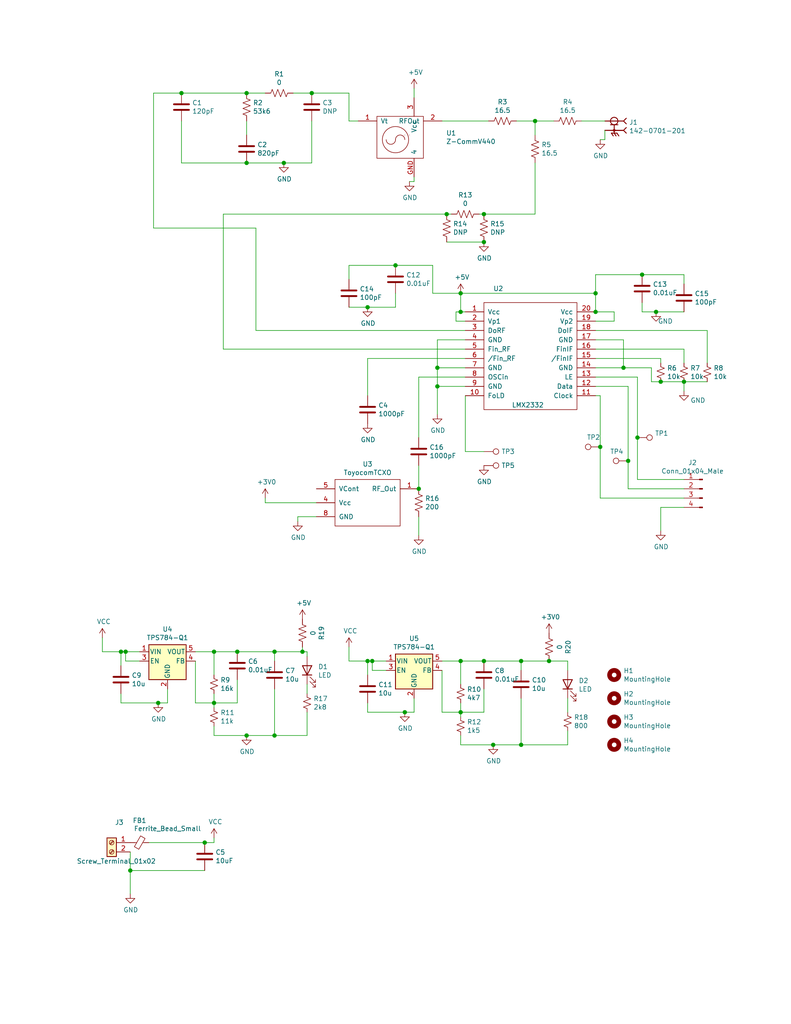
<source format=kicad_sch>
(kicad_sch (version 20210621) (generator eeschema)
  (paper "USLetter" portrait)
  (lib_symbols
    (symbol "Connector:Conn_01x04_Male" (pin_names (offset 1.016) hide)
      (property "Reference" "J" (at 0 5.08 0))
      (property "Value" "Conn_01x04_Male" (at 0 -7.62 0))
      (symbol "Conn_01x04_Male_1_1"
        (rectangle (start 0.8636 -4.953) (end 0 -5.207) (stroke (width 0.1524)) (fill (type outline)))
        (rectangle (start 0.8636 -2.413) (end 0 -2.667) (stroke (width 0.1524)) (fill (type outline)))
        (rectangle (start 0.8636 0.127) (end 0 -0.127) (stroke (width 0.1524)) (fill (type outline)))
        (rectangle (start 0.8636 2.667) (end 0 2.413) (stroke (width 0.1524)) (fill (type outline)))
        (polyline (pts (xy 1.27 -5.08) (xy 0.8636 -5.08)) (stroke (width 0.1524)))
        (polyline (pts (xy 1.27 -2.54) (xy 0.8636 -2.54)) (stroke (width 0.1524)))
        (polyline (pts (xy 1.27 0) (xy 0.8636 0)) (stroke (width 0.1524)))
        (polyline (pts (xy 1.27 2.54) (xy 0.8636 2.54)) (stroke (width 0.1524)))
        (pin passive line (at 5.08 2.54 180) (length 3.81) (name "Pin_1") (number "1"))
        (pin passive line (at 5.08 0 180) (length 3.81) (name "Pin_2") (number "2"))
        (pin passive line (at 5.08 -2.54 180) (length 3.81) (name "Pin_3") (number "3"))
        (pin passive line (at 5.08 -5.08 180) (length 3.81) (name "Pin_4") (number "4"))
      )
    )
    (symbol "Connector:Screw_Terminal_01x02" (pin_names (offset 1.016) hide)
      (property "Reference" "J" (at 0 2.54 0))
      (property "Value" "Screw_Terminal_01x02" (at 0 -5.08 0))
      (symbol "Screw_Terminal_01x02_1_1"
        (circle (center 0 -2.54) (radius 0.635) (stroke (width 0.1524)))
        (circle (center 0 0) (radius 0.635) (stroke (width 0.1524)))
        (rectangle (start -1.27 1.27) (end 1.27 -3.81) (stroke (width 0.254)) (fill (type background)))
        (polyline (pts (xy -0.5334 -2.2098) (xy 0.3302 -3.048)) (stroke (width 0.1524)))
        (polyline (pts (xy -0.5334 0.3302) (xy 0.3302 -0.508)) (stroke (width 0.1524)))
        (polyline (pts (xy -0.3556 -2.032) (xy 0.508 -2.8702)) (stroke (width 0.1524)))
        (polyline (pts (xy -0.3556 0.508) (xy 0.508 -0.3302)) (stroke (width 0.1524)))
        (pin passive line (at -5.08 0 0) (length 3.81) (name "Pin_1") (number "1"))
        (pin passive line (at -5.08 -2.54 0) (length 3.81) (name "Pin_2") (number "2"))
      )
    )
    (symbol "Connector:TestPoint" (pin_numbers hide) (pin_names (offset 0.762) hide)
      (property "Reference" "TP" (at 0 6.858 0))
      (property "Value" "TestPoint" (at 0 5.08 0))
      (symbol "TestPoint_0_1"
        (circle (center 0 3.302) (radius 0.762))
      )
      (symbol "TestPoint_1_1"
        (pin passive line (at 0 0 90) (length 2.54) (name "1") (number "1"))
      )
    )
    (symbol "DB_KiCad:142-0701-201" (pin_numbers hide) (pin_names (offset 1.016) hide)
      (property "Reference" "J" (at -3.81 4.064 0))
      (property "Value" "142-0701-201" (at -4.064 -4.318 0))
      (symbol "142-0701-201_0_0"
        (circle (center 0 0) (radius 0.254) (stroke (width 0.254)))
        (circle (center 0 2.54) (radius 1.016) (stroke (width 0.254)))
        (polyline (pts (xy -3.302 -0.762) (xy -2.54 0)) (stroke (width 0.254)))
        (polyline (pts (xy -3.302 0.762) (xy -2.54 0)) (stroke (width 0.254)))
        (polyline (pts (xy -3.302 1.778) (xy -2.54 2.54)) (stroke (width 0.254)))
        (polyline (pts (xy -3.302 3.302) (xy -2.54 2.54)) (stroke (width 0.254)))
        (polyline (pts (xy -2.54 0) (xy 0 0)) (stroke (width 0.254)))
        (polyline (pts (xy -2.54 2.54) (xy 2.54 2.54)) (stroke (width 0.254)))
        (polyline (pts (xy -1.016 1.524) (xy 0 1.524)) (stroke (width 0.254)))
        (polyline (pts (xy -0.762 -0.762) (xy -1.27 -1.524)) (stroke (width 0.254)))
        (polyline (pts (xy 0 -0.762) (xy -0.762 -0.762)) (stroke (width 0.254)))
        (polyline (pts (xy 0 -0.762) (xy -0.508 -1.524)) (stroke (width 0.254)))
        (polyline (pts (xy 0 -0.762) (xy 0.762 -0.762)) (stroke (width 0.254)))
        (polyline (pts (xy 0 0) (xy -2.286 0)) (stroke (width 0.254)))
        (polyline (pts (xy 0 0) (xy 0 -0.762)) (stroke (width 0.254)))
        (polyline (pts (xy 0 1.524) (xy 0 0)) (stroke (width 0.254)))
        (polyline (pts (xy 0 1.524) (xy 1.016 1.524)) (stroke (width 0.254)))
        (polyline (pts (xy 0.762 -0.762) (xy 0.254 -1.524)) (stroke (width 0.254)))
        (polyline (pts (xy 2.54 0) (xy 0 0)) (stroke (width 0.254)))
        (pin passive line (at 2.54 2.54 180) (length 5.08) (name "~") (number "1"))
        (pin passive line (at 2.54 0 180) (length 5.08) (name "~") (number "2"))
        (pin passive line (at 2.54 0 180) (length 5.08) (name "~") (number "3"))
        (pin passive line (at 2.54 0 180) (length 5.08) (name "~") (number "4"))
        (pin passive line (at 2.54 0 180) (length 5.08) (name "~") (number "5"))
      )
    )
    (symbol "DB_KiCad:LMX2332" (pin_names (offset 1.016))
      (property "Reference" "U" (at 6.35 1.27 0))
      (property "Value" "LMX2332" (at 12.7 -27.94 0))
      (symbol "LMX2332_0_1"
        (rectangle (start 25.4 0) (end 0 -29.21))
      )
      (symbol "LMX2332_1_1"
        (pin input line (at -5.08 -2.54 0) (length 5.08) (name "Vcc") (number "1"))
        (pin input line (at -5.08 -25.4 0) (length 5.08) (name "FoLD") (number "10"))
        (pin input line (at 30.48 -25.4 180) (length 5.08) (name "Clock") (number "11"))
        (pin input line (at 30.48 -22.86 180) (length 5.08) (name "Data") (number "12"))
        (pin input line (at 30.48 -20.32 180) (length 5.08) (name "LE") (number "13"))
        (pin input line (at 30.48 -17.78 180) (length 5.08) (name "GND") (number "14"))
        (pin input line (at 30.48 -15.24 180) (length 5.08) (name "/FinIF") (number "15"))
        (pin input line (at 30.48 -12.7 180) (length 5.08) (name "FinIF") (number "16"))
        (pin input line (at 30.48 -10.16 180) (length 5.08) (name "GND") (number "17"))
        (pin input line (at 30.48 -7.62 180) (length 5.08) (name "DoIF") (number "18"))
        (pin input line (at 30.48 -5.08 180) (length 5.08) (name "Vp2") (number "19"))
        (pin input line (at -5.08 -5.08 0) (length 5.08) (name "Vp1") (number "2"))
        (pin input line (at 30.48 -2.54 180) (length 5.08) (name "Vcc") (number "20"))
        (pin input line (at -5.08 -7.62 0) (length 5.08) (name "DoRF") (number "3"))
        (pin input line (at -5.08 -10.16 0) (length 5.08) (name "GND") (number "4"))
        (pin input line (at -5.08 -12.7 0) (length 5.08) (name "Fin_RF") (number "5"))
        (pin input line (at -5.08 -15.24 0) (length 5.08) (name "/Fin_RF") (number "6"))
        (pin input line (at -5.08 -17.78 0) (length 5.08) (name "GND") (number "7"))
        (pin input line (at -5.08 -20.32 0) (length 5.08) (name "OSCin") (number "8"))
        (pin input line (at -5.08 -22.86 0) (length 5.08) (name "GND") (number "9"))
      )
    )
    (symbol "DB_KiCad:ToyocomTCXO" (pin_names (offset 1.016))
      (property "Reference" "U" (at 0 0 0))
      (property "Value" "ToyocomTCXO" (at 0 -15.24 0))
      (symbol "ToyocomTCXO_0_1"
        (rectangle (start -6.35 -13.97) (end 11.43 -1.27))
      )
      (symbol "ToyocomTCXO_1_1"
        (pin output line (at 16.51 -3.81 180) (length 5.08) (name "RF_Out") (number "1"))
        (pin power_in line (at -11.43 -7.62 0) (length 5.08) (name "Vcc") (number "4"))
        (pin input line (at -11.43 -3.81 0) (length 5.08) (name "VCont") (number "5"))
        (pin input line (at -11.43 -11.43 0) (length 5.08) (name "GND") (number "8"))
      )
    )
    (symbol "Device:C" (pin_numbers hide) (pin_names (offset 0.254))
      (property "Reference" "C" (at 0.635 2.54 0))
      (property "Value" "C" (at 0.635 -2.54 0))
      (symbol "C_0_1"
        (polyline (pts (xy -2.032 -0.762) (xy 2.032 -0.762)) (stroke (width 0.508)))
        (polyline (pts (xy -2.032 0.762) (xy 2.032 0.762)) (stroke (width 0.508)))
      )
      (symbol "C_1_1"
        (pin passive line (at 0 3.81 270) (length 2.794) (name "~") (number "1"))
        (pin passive line (at 0 -3.81 90) (length 2.794) (name "~") (number "2"))
      )
    )
    (symbol "Device:Ferrite_Bead_Small" (pin_numbers hide) (pin_names (offset 0))
      (property "Reference" "FB" (at 1.905 1.27 0))
      (property "Value" "Ferrite_Bead_Small" (at 1.905 -1.27 0))
      (symbol "Ferrite_Bead_Small_0_1"
        (polyline (pts (xy 0 -1.27) (xy 0 -0.7874)))
        (polyline (pts (xy 0 0.889) (xy 0 1.2954)))
        (polyline (pts (xy -1.8288 0.2794) (xy -1.1176 1.4986) (xy 1.8288 -0.2032) (xy 1.1176 -1.4224) (xy -1.8288 0.2794)))
      )
      (symbol "Ferrite_Bead_Small_1_1"
        (pin passive line (at 0 2.54 270) (length 1.27) (name "~") (number "1"))
        (pin passive line (at 0 -2.54 90) (length 1.27) (name "~") (number "2"))
      )
    )
    (symbol "Device:LED" (pin_numbers hide) (pin_names (offset 1.016) hide)
      (property "Reference" "D" (at 0 2.54 0))
      (property "Value" "LED" (at 0 -2.54 0))
      (symbol "LED_0_1"
        (polyline (pts (xy -1.27 -1.27) (xy -1.27 1.27)) (stroke (width 0.254)))
        (polyline (pts (xy -1.27 0) (xy 1.27 0)))
        (polyline (pts (xy 1.27 -1.27) (xy 1.27 1.27) (xy -1.27 0) (xy 1.27 -1.27)) (stroke (width 0.254)))
        (polyline (pts (xy -3.048 -0.762) (xy -4.572 -2.286) (xy -3.81 -2.286) (xy -4.572 -2.286) (xy -4.572 -1.524)))
        (polyline (pts (xy -1.778 -0.762) (xy -3.302 -2.286) (xy -2.54 -2.286) (xy -3.302 -2.286) (xy -3.302 -1.524)))
      )
      (symbol "LED_1_1"
        (pin passive line (at -3.81 0 0) (length 2.54) (name "K") (number "1"))
        (pin passive line (at 3.81 0 180) (length 2.54) (name "A") (number "2"))
      )
    )
    (symbol "Device:R_Small_US" (pin_numbers hide) (pin_names (offset 0.254) hide)
      (property "Reference" "R" (at 0.762 0.508 0))
      (property "Value" "R_Small_US" (at 0.762 -1.016 0))
      (symbol "R_Small_US_1_1"
        (polyline (pts (xy 0 0) (xy 1.016 -0.381) (xy 0 -0.762) (xy -1.016 -1.143) (xy 0 -1.524)))
        (polyline (pts (xy 0 1.524) (xy 1.016 1.143) (xy 0 0.762) (xy -1.016 0.381) (xy 0 0)))
        (pin passive line (at 0 2.54 270) (length 1.016) (name "~") (number "1"))
        (pin passive line (at 0 -2.54 90) (length 1.016) (name "~") (number "2"))
      )
    )
    (symbol "Device:R_US" (pin_numbers hide) (pin_names (offset 0))
      (property "Reference" "R" (at 2.54 0 90))
      (property "Value" "R_US" (at -2.54 0 90))
      (symbol "R_US_0_1"
        (polyline (pts (xy 0 -2.286) (xy 0 -2.54)))
        (polyline (pts (xy 0 2.286) (xy 0 2.54)))
        (polyline (pts (xy 0 -0.762) (xy 1.016 -1.143) (xy 0 -1.524) (xy -1.016 -1.905) (xy 0 -2.286)))
        (polyline (pts (xy 0 0.762) (xy 1.016 0.381) (xy 0 0) (xy -1.016 -0.381) (xy 0 -0.762)))
        (polyline (pts (xy 0 2.286) (xy 1.016 1.905) (xy 0 1.524) (xy -1.016 1.143) (xy 0 0.762)))
      )
      (symbol "R_US_1_1"
        (pin passive line (at 0 3.81 270) (length 1.27) (name "~") (number "1"))
        (pin passive line (at 0 -3.81 90) (length 1.27) (name "~") (number "2"))
      )
    )
    (symbol "LMX2332V01-rescue:Z-CommV440-DB_KiCad" (pin_names (offset 1.016))
      (property "Reference" "U" (at 7.62 -5.08 0))
      (property "Value" "Z-CommV440-DB_KiCad" (at 13.97 -2.54 0))
      (symbol "Z-CommV440-DB_KiCad_0_1"
        (arc (start -3.81 -1.27) (end -1.27 -1.27) (radius (at -2.54 -1.27) (length 1.27) (angles -179.9 -0.1)))
        (arc (start 1.27 -1.27) (end -1.27 -1.27) (radius (at 0 -1.27) (length 1.27) (angles 0.1 179.9)))
        (arc (start 1.27 0) (end 1.27 0) (radius (at 1.27 0) (length 0) (angles 0 0)))
        (arc (start 2.54 0) (end 2.54 0) (radius (at 2.54 0) (length 0) (angles 0 0)))
        (circle (center -1.27 -1.27) (radius 3.5814))
        (rectangle (start -6.35 5.08) (end 6.35 -6.35))
      )
      (symbol "Z-CommV440-DB_KiCad_1_1"
        (pin input line (at -11.43 3.81 0) (length 5.08) (name "Vt") (number "1"))
        (pin output line (at 11.43 3.81 180) (length 5.08) (name "RFOut") (number "2"))
        (pin output line (at 3.81 10.16 270) (length 5.08) (name "Vcc") (number "3"))
        (pin unspecified line (at 3.81 -11.43 90) (length 5.08) (name "4") (number "GND"))
      )
    )
    (symbol "Mechanical:MountingHole" (pin_names (offset 1.016))
      (property "Reference" "H" (at 0 5.08 0))
      (property "Value" "MountingHole" (at 0 3.175 0))
      (symbol "MountingHole_0_1"
        (circle (center 0 0) (radius 1.27) (stroke (width 1.27)))
      )
    )
    (symbol "Regulator_Linear:TPS76301" (pin_names (offset 0.254))
      (property "Reference" "U" (at -3.81 5.715 0))
      (property "Value" "TPS76301" (at 0 5.715 0))
      (symbol "TPS76301_0_1"
        (rectangle (start -5.08 4.445) (end 5.08 -5.08) (stroke (width 0.254)) (fill (type background)))
      )
      (symbol "TPS76301_1_1"
        (pin power_in line (at -7.62 2.54 0) (length 2.54) (name "VIN") (number "1"))
        (pin power_in line (at 0 -7.62 90) (length 2.54) (name "GND") (number "2"))
        (pin input line (at -7.62 0 0) (length 2.54) (name "EN") (number "3"))
        (pin input line (at 7.62 0 180) (length 2.54) (name "FB") (number "4"))
        (pin power_out line (at 7.62 2.54 180) (length 2.54) (name "VOUT") (number "5"))
      )
    )
    (symbol "power:+3V0" (power) (pin_names (offset 0))
      (property "Value" "+3V0" (at 0 3.556 0))
      (symbol "+3V0_0_1"
        (polyline (pts (xy -0.762 1.27) (xy 0 2.54)))
        (polyline (pts (xy 0 0) (xy 0 2.54)))
        (polyline (pts (xy 0 2.54) (xy 0.762 1.27)))
      )
      (symbol "+3V0_1_1"
        (pin power_in line (at 0 0 90) (length 0) hide (name "+3V0") (number "1"))
      )
    )
    (symbol "power:+5V" (power) (pin_names (offset 0))
      (property "Value" "+5V" (at 0 3.556 0))
      (symbol "+5V_0_1"
        (polyline (pts (xy -0.762 1.27) (xy 0 2.54)))
        (polyline (pts (xy 0 0) (xy 0 2.54)))
        (polyline (pts (xy 0 2.54) (xy 0.762 1.27)))
      )
      (symbol "+5V_1_1"
        (pin power_in line (at 0 0 90) (length 0) hide (name "+5V") (number "1"))
      )
    )
    (symbol "power:GND" (power) (pin_names (offset 0))
      (property "Value" "GND" (at 0 -3.81 0))
      (symbol "GND_0_1"
        (polyline (pts (xy 0 0) (xy 0 -1.27) (xy 1.27 -1.27) (xy 0 -2.54) (xy -1.27 -1.27) (xy 0 -1.27)))
      )
      (symbol "GND_1_1"
        (pin power_in line (at 0 0 270) (length 0) hide (name "GND") (number "1"))
      )
    )
    (symbol "power:VCC" (power) (pin_names (offset 0))
      (property "Value" "VCC" (at 0 3.81 0))
      (symbol "VCC_0_1"
        (polyline (pts (xy -0.762 1.27) (xy 0 2.54)))
        (polyline (pts (xy 0 0) (xy 0 2.54)))
        (polyline (pts (xy 0 2.54) (xy 0.762 1.27)))
      )
      (symbol "VCC_1_1"
        (pin power_in line (at 0 0 90) (length 0) hide (name "VCC") (number "1"))
      )
    )
  )
  (junction (at 33.02 177.8) (diameter 1.016))
  (junction (at 34.29 177.8) (diameter 1.016))
  (junction (at 35.56 237.49) (diameter 1.016))
  (junction (at 43.18 191.77) (diameter 1.016))
  (junction (at 49.53 25.4) (diameter 1.016))
  (junction (at 55.88 229.87) (diameter 1.016))
  (junction (at 58.42 177.8) (diameter 1.016))
  (junction (at 58.42 191.77) (diameter 1.016))
  (junction (at 64.77 177.8) (diameter 1.016))
  (junction (at 67.31 25.4) (diameter 1.016))
  (junction (at 67.31 44.45) (diameter 1.016))
  (junction (at 67.31 200.66) (diameter 1.016))
  (junction (at 74.93 177.8) (diameter 1.016))
  (junction (at 74.93 200.66) (diameter 1.016))
  (junction (at 77.47 44.45) (diameter 1.016))
  (junction (at 82.55 177.8) (diameter 1.016))
  (junction (at 85.09 25.4) (diameter 1.016))
  (junction (at 100.33 83.82) (diameter 1.016))
  (junction (at 100.33 180.34) (diameter 1.016))
  (junction (at 101.6 180.34) (diameter 1.016))
  (junction (at 107.95 72.39) (diameter 1.016))
  (junction (at 110.49 194.31) (diameter 1.016))
  (junction (at 114.3 133.35) (diameter 1.016))
  (junction (at 119.38 100.33) (diameter 1.016))
  (junction (at 119.38 105.41) (diameter 1.016))
  (junction (at 121.92 58.42) (diameter 1.016))
  (junction (at 125.73 80.01) (diameter 1.016))
  (junction (at 125.73 85.09) (diameter 1.016))
  (junction (at 125.73 180.34) (diameter 1.016))
  (junction (at 125.73 194.31) (diameter 1.016))
  (junction (at 132.08 58.42) (diameter 1.016))
  (junction (at 132.08 66.04) (diameter 1.016))
  (junction (at 132.08 180.34) (diameter 1.016))
  (junction (at 134.62 203.2) (diameter 1.016))
  (junction (at 142.24 180.34) (diameter 1.016))
  (junction (at 142.24 203.2) (diameter 1.016))
  (junction (at 146.05 33.02) (diameter 1.016))
  (junction (at 149.86 180.34) (diameter 1.016))
  (junction (at 162.56 80.01) (diameter 1.016))
  (junction (at 162.56 85.09) (diameter 1.016))
  (junction (at 163.83 121.92) (diameter 1.016))
  (junction (at 170.18 100.33) (diameter 1.016))
  (junction (at 171.45 125.73) (diameter 1.016))
  (junction (at 173.99 119.38) (diameter 1.016))
  (junction (at 175.26 74.93) (diameter 1.016))
  (junction (at 179.07 85.09) (diameter 1.016))
  (junction (at 180.34 104.14) (diameter 1.016))
  (junction (at 186.69 104.14) (diameter 1.016))
  (wire (pts (xy 27.94 173.99) (xy 27.94 177.8)))
  (wire (pts (xy 27.94 177.8) (xy 33.02 177.8)))
  (wire (pts (xy 33.02 177.8) (xy 34.29 177.8)))
  (wire (pts (xy 33.02 181.61) (xy 33.02 177.8)))
  (wire (pts (xy 33.02 189.23) (xy 33.02 191.77)))
  (wire (pts (xy 33.02 191.77) (xy 43.18 191.77)))
  (wire (pts (xy 34.29 177.8) (xy 34.29 180.34)))
  (wire (pts (xy 34.29 177.8) (xy 38.1 177.8)))
  (wire (pts (xy 34.29 180.34) (xy 38.1 180.34)))
  (wire (pts (xy 35.56 232.41) (xy 35.56 237.49)))
  (wire (pts (xy 35.56 237.49) (xy 35.56 243.84)))
  (wire (pts (xy 35.56 237.49) (xy 55.88 237.49)))
  (wire (pts (xy 40.64 229.87) (xy 55.88 229.87)))
  (wire (pts (xy 41.91 25.4) (xy 41.91 62.23)))
  (wire (pts (xy 41.91 25.4) (xy 49.53 25.4)))
  (wire (pts (xy 41.91 62.23) (xy 69.85 62.23)))
  (wire (pts (xy 45.72 187.96) (xy 45.72 191.77)))
  (wire (pts (xy 45.72 191.77) (xy 43.18 191.77)))
  (wire (pts (xy 49.53 25.4) (xy 67.31 25.4)))
  (wire (pts (xy 49.53 33.02) (xy 49.53 44.45)))
  (wire (pts (xy 49.53 44.45) (xy 67.31 44.45)))
  (wire (pts (xy 53.34 177.8) (xy 58.42 177.8)))
  (wire (pts (xy 53.34 180.34) (xy 53.34 191.77)))
  (wire (pts (xy 53.34 191.77) (xy 58.42 191.77)))
  (wire (pts (xy 58.42 177.8) (xy 58.42 184.15)))
  (wire (pts (xy 58.42 177.8) (xy 64.77 177.8)))
  (wire (pts (xy 58.42 191.77) (xy 58.42 189.23)))
  (wire (pts (xy 58.42 193.04) (xy 58.42 191.77)))
  (wire (pts (xy 58.42 198.12) (xy 58.42 200.66)))
  (wire (pts (xy 58.42 200.66) (xy 67.31 200.66)))
  (wire (pts (xy 58.42 228.6) (xy 58.42 229.87)))
  (wire (pts (xy 58.42 229.87) (xy 55.88 229.87)))
  (wire (pts (xy 60.96 58.42) (xy 60.96 95.25)))
  (wire (pts (xy 64.77 177.8) (xy 74.93 177.8)))
  (wire (pts (xy 64.77 185.42) (xy 64.77 191.77)))
  (wire (pts (xy 64.77 191.77) (xy 58.42 191.77)))
  (wire (pts (xy 67.31 25.4) (xy 72.39 25.4)))
  (wire (pts (xy 67.31 33.02) (xy 67.31 36.83)))
  (wire (pts (xy 69.85 62.23) (xy 69.85 90.17)))
  (wire (pts (xy 72.39 135.89) (xy 72.39 137.16)))
  (wire (pts (xy 72.39 137.16) (xy 86.36 137.16)))
  (wire (pts (xy 74.93 177.8) (xy 74.93 180.34)))
  (wire (pts (xy 74.93 177.8) (xy 82.55 177.8)))
  (wire (pts (xy 74.93 187.96) (xy 74.93 200.66)))
  (wire (pts (xy 74.93 200.66) (xy 67.31 200.66)))
  (wire (pts (xy 77.47 44.45) (xy 67.31 44.45)))
  (wire (pts (xy 80.01 25.4) (xy 85.09 25.4)))
  (wire (pts (xy 81.28 140.97) (xy 86.36 140.97)))
  (wire (pts (xy 81.28 142.24) (xy 81.28 140.97)))
  (wire (pts (xy 82.55 176.53) (xy 82.55 177.8)))
  (wire (pts (xy 82.55 177.8) (xy 83.82 177.8)))
  (wire (pts (xy 83.82 177.8) (xy 83.82 179.07)))
  (wire (pts (xy 83.82 186.69) (xy 83.82 189.23)))
  (wire (pts (xy 83.82 194.31) (xy 83.82 200.66)))
  (wire (pts (xy 83.82 200.66) (xy 74.93 200.66)))
  (wire (pts (xy 85.09 25.4) (xy 95.25 25.4)))
  (wire (pts (xy 85.09 33.02) (xy 85.09 44.45)))
  (wire (pts (xy 85.09 44.45) (xy 77.47 44.45)))
  (wire (pts (xy 95.25 25.4) (xy 95.25 33.02)))
  (wire (pts (xy 95.25 33.02) (xy 97.79 33.02)))
  (wire (pts (xy 95.25 72.39) (xy 95.25 76.2)))
  (wire (pts (xy 95.25 83.82) (xy 100.33 83.82)))
  (wire (pts (xy 95.25 176.53) (xy 95.25 180.34)))
  (wire (pts (xy 95.25 180.34) (xy 100.33 180.34)))
  (wire (pts (xy 100.33 83.82) (xy 107.95 83.82)))
  (wire (pts (xy 100.33 97.79) (xy 100.33 107.95)))
  (wire (pts (xy 100.33 97.79) (xy 127 97.79)))
  (wire (pts (xy 100.33 180.34) (xy 101.6 180.34)))
  (wire (pts (xy 100.33 184.15) (xy 100.33 180.34)))
  (wire (pts (xy 100.33 191.77) (xy 100.33 194.31)))
  (wire (pts (xy 100.33 194.31) (xy 110.49 194.31)))
  (wire (pts (xy 101.6 180.34) (xy 101.6 182.88)))
  (wire (pts (xy 101.6 180.34) (xy 105.41 180.34)))
  (wire (pts (xy 101.6 182.88) (xy 105.41 182.88)))
  (wire (pts (xy 107.95 72.39) (xy 95.25 72.39)))
  (wire (pts (xy 107.95 83.82) (xy 107.95 80.01)))
  (wire (pts (xy 111.76 49.53) (xy 113.03 49.53)))
  (wire (pts (xy 113.03 24.13) (xy 113.03 26.67)))
  (wire (pts (xy 113.03 49.53) (xy 113.03 48.26)))
  (wire (pts (xy 113.03 190.5) (xy 113.03 194.31)))
  (wire (pts (xy 113.03 194.31) (xy 110.49 194.31)))
  (wire (pts (xy 114.3 102.87) (xy 127 102.87)))
  (wire (pts (xy 114.3 119.38) (xy 114.3 102.87)))
  (wire (pts (xy 114.3 133.35) (xy 114.3 127)))
  (wire (pts (xy 114.3 140.97) (xy 114.3 146.05)))
  (wire (pts (xy 118.11 72.39) (xy 107.95 72.39)))
  (wire (pts (xy 118.11 80.01) (xy 118.11 72.39)))
  (wire (pts (xy 119.38 92.71) (xy 119.38 100.33)))
  (wire (pts (xy 119.38 100.33) (xy 119.38 105.41)))
  (wire (pts (xy 119.38 105.41) (xy 119.38 113.03)))
  (wire (pts (xy 120.65 33.02) (xy 133.35 33.02)))
  (wire (pts (xy 120.65 180.34) (xy 125.73 180.34)))
  (wire (pts (xy 120.65 182.88) (xy 120.65 194.31)))
  (wire (pts (xy 120.65 194.31) (xy 125.73 194.31)))
  (wire (pts (xy 121.92 58.42) (xy 60.96 58.42)))
  (wire (pts (xy 121.92 66.04) (xy 132.08 66.04)))
  (wire (pts (xy 123.19 58.42) (xy 121.92 58.42)))
  (wire (pts (xy 124.46 85.09) (xy 125.73 85.09)))
  (wire (pts (xy 124.46 87.63) (xy 124.46 85.09)))
  (wire (pts (xy 125.73 80.01) (xy 118.11 80.01)))
  (wire (pts (xy 125.73 80.01) (xy 125.73 85.09)))
  (wire (pts (xy 125.73 80.01) (xy 162.56 80.01)))
  (wire (pts (xy 125.73 85.09) (xy 127 85.09)))
  (wire (pts (xy 125.73 180.34) (xy 125.73 186.69)))
  (wire (pts (xy 125.73 180.34) (xy 132.08 180.34)))
  (wire (pts (xy 125.73 194.31) (xy 125.73 191.77)))
  (wire (pts (xy 125.73 195.58) (xy 125.73 194.31)))
  (wire (pts (xy 125.73 200.66) (xy 125.73 203.2)))
  (wire (pts (xy 125.73 203.2) (xy 134.62 203.2)))
  (wire (pts (xy 127 87.63) (xy 124.46 87.63)))
  (wire (pts (xy 127 90.17) (xy 69.85 90.17)))
  (wire (pts (xy 127 92.71) (xy 119.38 92.71)))
  (wire (pts (xy 127 95.25) (xy 60.96 95.25)))
  (wire (pts (xy 127 100.33) (xy 119.38 100.33)))
  (wire (pts (xy 127 105.41) (xy 119.38 105.41)))
  (wire (pts (xy 127 107.95) (xy 127 123.19)))
  (wire (pts (xy 127 123.19) (xy 132.08 123.19)))
  (wire (pts (xy 132.08 58.42) (xy 130.81 58.42)))
  (wire (pts (xy 132.08 180.34) (xy 142.24 180.34)))
  (wire (pts (xy 132.08 187.96) (xy 132.08 194.31)))
  (wire (pts (xy 132.08 194.31) (xy 125.73 194.31)))
  (wire (pts (xy 140.97 33.02) (xy 146.05 33.02)))
  (wire (pts (xy 142.24 180.34) (xy 142.24 182.88)))
  (wire (pts (xy 142.24 180.34) (xy 149.86 180.34)))
  (wire (pts (xy 142.24 190.5) (xy 142.24 203.2)))
  (wire (pts (xy 142.24 203.2) (xy 134.62 203.2)))
  (wire (pts (xy 146.05 33.02) (xy 151.13 33.02)))
  (wire (pts (xy 146.05 36.83) (xy 146.05 33.02)))
  (wire (pts (xy 146.05 44.45) (xy 146.05 58.42)))
  (wire (pts (xy 146.05 58.42) (xy 132.08 58.42)))
  (wire (pts (xy 149.86 180.34) (xy 154.94 180.34)))
  (wire (pts (xy 154.94 180.34) (xy 154.94 182.88)))
  (wire (pts (xy 154.94 190.5) (xy 154.94 194.31)))
  (wire (pts (xy 154.94 199.39) (xy 154.94 203.2)))
  (wire (pts (xy 154.94 203.2) (xy 142.24 203.2)))
  (wire (pts (xy 158.75 33.02) (xy 165.1 33.02)))
  (wire (pts (xy 162.56 74.93) (xy 175.26 74.93)))
  (wire (pts (xy 162.56 80.01) (xy 162.56 74.93)))
  (wire (pts (xy 162.56 80.01) (xy 162.56 85.09)))
  (wire (pts (xy 162.56 85.09) (xy 167.64 85.09)))
  (wire (pts (xy 162.56 90.17) (xy 193.04 90.17)))
  (wire (pts (xy 162.56 92.71) (xy 170.18 92.71)))
  (wire (pts (xy 162.56 95.25) (xy 186.69 95.25)))
  (wire (pts (xy 162.56 97.79) (xy 180.34 97.79)))
  (wire (pts (xy 162.56 100.33) (xy 170.18 100.33)))
  (wire (pts (xy 162.56 102.87) (xy 173.99 102.87)))
  (wire (pts (xy 162.56 105.41) (xy 171.45 105.41)))
  (wire (pts (xy 162.56 107.95) (xy 163.83 107.95)))
  (wire (pts (xy 163.83 107.95) (xy 163.83 121.92)))
  (wire (pts (xy 163.83 121.92) (xy 163.83 135.89)))
  (wire (pts (xy 163.83 135.89) (xy 186.69 135.89)))
  (wire (pts (xy 165.1 35.56) (xy 165.1 38.1)))
  (wire (pts (xy 165.1 38.1) (xy 163.83 38.1)))
  (wire (pts (xy 167.64 85.09) (xy 167.64 87.63)))
  (wire (pts (xy 167.64 87.63) (xy 162.56 87.63)))
  (wire (pts (xy 170.18 92.71) (xy 170.18 100.33)))
  (wire (pts (xy 170.18 100.33) (xy 177.8 100.33)))
  (wire (pts (xy 171.45 105.41) (xy 171.45 125.73)))
  (wire (pts (xy 171.45 125.73) (xy 171.45 133.35)))
  (wire (pts (xy 171.45 133.35) (xy 186.69 133.35)))
  (wire (pts (xy 173.99 102.87) (xy 173.99 119.38)))
  (wire (pts (xy 173.99 119.38) (xy 173.99 130.81)))
  (wire (pts (xy 173.99 130.81) (xy 186.69 130.81)))
  (wire (pts (xy 175.26 74.93) (xy 186.69 74.93)))
  (wire (pts (xy 175.26 82.55) (xy 175.26 85.09)))
  (wire (pts (xy 175.26 85.09) (xy 179.07 85.09)))
  (wire (pts (xy 177.8 100.33) (xy 177.8 104.14)))
  (wire (pts (xy 177.8 104.14) (xy 180.34 104.14)))
  (wire (pts (xy 179.07 85.09) (xy 186.69 85.09)))
  (wire (pts (xy 180.34 97.79) (xy 180.34 99.06)))
  (wire (pts (xy 180.34 104.14) (xy 186.69 104.14)))
  (wire (pts (xy 180.34 138.43) (xy 180.34 144.78)))
  (wire (pts (xy 186.69 74.93) (xy 186.69 77.47)))
  (wire (pts (xy 186.69 95.25) (xy 186.69 99.06)))
  (wire (pts (xy 186.69 106.68) (xy 186.69 104.14)))
  (wire (pts (xy 186.69 138.43) (xy 180.34 138.43)))
  (wire (pts (xy 193.04 90.17) (xy 193.04 99.06)))
  (wire (pts (xy 193.04 104.14) (xy 186.69 104.14)))
  (symbol (lib_id "power:VCC") (at 27.94 173.99 0) (unit 1)
    (property "Reference" "#PWR0101" (effects hide))
    (property "Value" "VCC" (at 28.321 169.5958 0))
  )
  (symbol (lib_id "power:VCC") (at 58.42 228.6 0) (unit 1)
    (property "Reference" "#PWR08" (effects hide))
    (property "Value" "VCC" (at 58.801 224.2058 0))
  )
  (symbol (lib_id "power:+3V0") (at 72.39 135.89 0) (unit 1)
    (property "Reference" "#PWR0110" (effects hide))
    (property "Value" "+3V0" (at 72.771 131.4958 0))
  )
  (symbol (lib_id "power:+5V") (at 82.55 168.91 0) (unit 1)
    (property "Reference" "#PWR0104" (effects hide))
    (property "Value" "+5V" (at 82.931 164.5158 0))
  )
  (symbol (lib_id "power:VCC") (at 95.25 176.53 0) (unit 1)
    (property "Reference" "#PWR0106" (effects hide))
    (property "Value" "VCC" (at 95.631 172.1358 0))
  )
  (symbol (lib_id "power:+5V") (at 113.03 24.13 0) (unit 1)
    (property "Reference" "#PWR01" (effects hide))
    (property "Value" "+5V" (at 113.411 19.7358 0))
  )
  (symbol (lib_id "power:+5V") (at 125.73 80.01 0) (unit 1)
    (property "Reference" "#PWR0105" (effects hide))
    (property "Value" "+5V" (at 126.111 75.6158 0))
  )
  (symbol (lib_id "power:+3V0") (at 149.86 172.72 0) (unit 1)
    (property "Reference" "#PWR0109" (effects hide))
    (property "Value" "+3V0" (at 150.241 168.3258 0))
  )
  (symbol (lib_id "Connector:TestPoint") (at 132.08 123.19 270) (unit 1)
    (property "Reference" "TP3" (at 136.8552 123.19 90) (effects (justify left)))
    (property "Value" "TestPoint" (effects hide))
    (property "Footprint" "TestPoint:TestPoint_THTPad_1.0x1.0mm_Drill0.5mm" (effects hide))
  )
  (symbol (lib_id "Connector:TestPoint") (at 132.08 127 270) (unit 1)
    (property "Reference" "TP5" (at 136.8552 127 90) (effects (justify left)))
    (property "Value" "TestPoint" (effects hide))
    (property "Footprint" "TestPoint:TestPoint_THTPad_1.0x1.0mm_Drill0.5mm" (effects hide))
  )
  (symbol (lib_id "Connector:TestPoint") (at 163.83 121.92 90) (unit 1)
    (property "Reference" "TP2" (at 162.0012 119.3038 90))
    (property "Value" "TestPoint" (effects hide))
    (property "Footprint" "TestPoint:TestPoint_THTPad_1.0x1.0mm_Drill0.5mm" (effects hide))
  )
  (symbol (lib_id "Connector:TestPoint") (at 171.45 125.73 90) (unit 1)
    (property "Reference" "TP4" (at 170.18 123.19 90) (effects (justify left)))
    (property "Value" "TestPoint" (effects hide))
    (property "Footprint" "TestPoint:TestPoint_THTPad_1.0x1.0mm_Drill0.5mm" (effects hide))
  )
  (symbol (lib_id "Connector:TestPoint") (at 173.99 119.38 270) (unit 1)
    (property "Reference" "TP1" (at 178.7652 118.2116 90) (effects (justify left)))
    (property "Value" "TestPoint" (effects hide))
    (property "Footprint" "TestPoint:TestPoint_THTPad_1.0x1.0mm_Drill0.5mm" (effects hide))
  )
  (symbol (lib_id "power:GND") (at 35.56 243.84 0) (unit 1)
    (property "Reference" "#PWR010" (effects hide))
    (property "Value" "GND" (at 35.687 248.2342 0))
  )
  (symbol (lib_id "power:GND") (at 43.18 191.77 0) (unit 1)
    (property "Reference" "#PWR0102" (effects hide))
    (property "Value" "GND" (at 43.307 196.1642 0))
  )
  (symbol (lib_id "power:GND") (at 67.31 200.66 0) (unit 1)
    (property "Reference" "#PWR0103" (effects hide))
    (property "Value" "GND" (at 67.437 205.0542 0))
  )
  (symbol (lib_id "power:GND") (at 77.47 44.45 0) (unit 1)
    (property "Reference" "#PWR02" (effects hide))
    (property "Value" "GND" (at 77.597 48.8442 0))
  )
  (symbol (lib_id "power:GND") (at 81.28 142.24 0) (unit 1)
    (property "Reference" "#PWR0111" (effects hide))
    (property "Value" "GND" (at 81.407 146.6342 0))
  )
  (symbol (lib_id "power:GND") (at 100.33 83.82 0) (unit 1)
    (property "Reference" "#PWR011" (effects hide))
    (property "Value" "GND" (at 100.457 88.2142 0))
  )
  (symbol (lib_id "power:GND") (at 100.33 115.57 0) (unit 1)
    (property "Reference" "#PWR07" (effects hide))
    (property "Value" "GND" (at 100.457 119.9642 0))
  )
  (symbol (lib_id "power:GND") (at 110.49 194.31 0) (unit 1)
    (property "Reference" "#PWR0107" (effects hide))
    (property "Value" "GND" (at 110.617 198.7042 0))
  )
  (symbol (lib_id "power:GND") (at 111.76 49.53 0) (unit 1)
    (property "Reference" "#PWR03" (effects hide))
    (property "Value" "GND" (at 111.887 53.9242 0))
  )
  (symbol (lib_id "power:GND") (at 114.3 146.05 0) (unit 1)
    (property "Reference" "#PWR014" (effects hide))
    (property "Value" "GND" (at 114.427 150.4442 0))
  )
  (symbol (lib_id "power:GND") (at 119.38 113.03 0) (unit 1)
    (property "Reference" "#PWR06" (effects hide))
    (property "Value" "GND" (at 119.507 117.4242 0))
  )
  (symbol (lib_id "power:GND") (at 132.08 66.04 0) (unit 1)
    (property "Reference" "#PWR04" (effects hide))
    (property "Value" "GND" (at 132.207 70.4342 0))
  )
  (symbol (lib_id "power:GND") (at 132.08 127 0) (unit 1)
    (property "Reference" "#PWR013" (effects hide))
    (property "Value" "GND" (at 132.207 131.3942 0))
  )
  (symbol (lib_id "power:GND") (at 134.62 203.2 0) (unit 1)
    (property "Reference" "#PWR0108" (effects hide))
    (property "Value" "GND" (at 134.747 207.5942 0))
  )
  (symbol (lib_id "power:GND") (at 163.83 38.1 0) (unit 1)
    (property "Reference" "#PWR0112" (effects hide))
    (property "Value" "GND" (at 163.957 42.4942 0))
  )
  (symbol (lib_id "power:GND") (at 179.07 85.09 0) (unit 1)
    (property "Reference" "#PWR012" (effects hide))
    (property "Value" "GND" (at 181.61 87.63 0))
  )
  (symbol (lib_id "power:GND") (at 180.34 144.78 0) (unit 1)
    (property "Reference" "#PWR09" (effects hide))
    (property "Value" "GND" (at 180.467 149.1742 0))
  )
  (symbol (lib_id "power:GND") (at 186.69 106.68 0) (unit 1)
    (property "Reference" "#PWR05" (effects hide))
    (property "Value" "GND" (at 190.5 109.22 0))
  )
  (symbol (lib_id "Device:R_Small_US") (at 58.42 186.69 0) (unit 1)
    (property "Reference" "R9" (at 60.1472 185.5216 0) (effects (justify left)))
    (property "Value" "16k" (at 60.1472 187.833 0) (effects (justify left)))
    (property "Footprint" "Resistors_SMD:R_0805_HandSoldering" (effects hide))
  )
  (symbol (lib_id "Device:R_Small_US") (at 58.42 195.58 0) (unit 1)
    (property "Reference" "R11" (at 60.1472 194.4116 0) (effects (justify left)))
    (property "Value" "11k" (at 60.1472 196.723 0) (effects (justify left)))
    (property "Footprint" "Resistors_SMD:R_0805_HandSoldering" (effects hide))
  )
  (symbol (lib_id "Device:R_Small_US") (at 83.82 191.77 0) (unit 1)
    (property "Reference" "R17" (at 85.5472 190.6016 0) (effects (justify left)))
    (property "Value" "2k8" (at 85.5472 192.913 0) (effects (justify left)))
    (property "Footprint" "Resistors_SMD:R_0805_HandSoldering" (effects hide))
  )
  (symbol (lib_id "Device:R_Small_US") (at 125.73 189.23 0) (unit 1)
    (property "Reference" "R10" (at 127.4572 188.0616 0) (effects (justify left)))
    (property "Value" "4k7" (at 127.4572 190.373 0) (effects (justify left)))
    (property "Footprint" "Resistors_SMD:R_0805_HandSoldering" (effects hide))
  )
  (symbol (lib_id "Device:R_Small_US") (at 125.73 198.12 0) (unit 1)
    (property "Reference" "R12" (at 127.4572 196.9516 0) (effects (justify left)))
    (property "Value" "1k5" (at 127.4572 199.263 0) (effects (justify left)))
    (property "Footprint" "Resistors_SMD:R_0805_HandSoldering" (effects hide))
  )
  (symbol (lib_id "Device:R_Small_US") (at 154.94 196.85 0) (unit 1)
    (property "Reference" "R18" (at 156.6672 195.6816 0) (effects (justify left)))
    (property "Value" "800" (at 156.6672 197.993 0) (effects (justify left)))
    (property "Footprint" "Resistors_SMD:R_0805_HandSoldering" (effects hide))
  )
  (symbol (lib_id "Device:R_Small_US") (at 180.34 101.6 0) (unit 1)
    (property "Reference" "R6" (at 182.0672 100.4316 0) (effects (justify left)))
    (property "Value" "10k" (at 182.0672 102.743 0) (effects (justify left)))
    (property "Footprint" "Resistors_SMD:R_0805_HandSoldering" (effects hide))
  )
  (symbol (lib_id "Device:R_Small_US") (at 186.69 101.6 0) (unit 1)
    (property "Reference" "R7" (at 188.4172 100.4316 0) (effects (justify left)))
    (property "Value" "10k" (at 188.4172 102.743 0) (effects (justify left)))
    (property "Footprint" "Resistors_SMD:R_0805_HandSoldering" (effects hide))
  )
  (symbol (lib_id "Device:R_Small_US") (at 193.04 101.6 0) (unit 1)
    (property "Reference" "R8" (at 194.7672 100.4316 0) (effects (justify left)))
    (property "Value" "10k" (at 194.7672 102.743 0) (effects (justify left)))
    (property "Footprint" "Resistors_SMD:R_0805_HandSoldering" (effects hide))
  )
  (symbol (lib_id "Mechanical:MountingHole") (at 167.64 184.15 0) (unit 1)
    (property "Reference" "H1" (at 170.18 182.9816 0) (effects (justify left)))
    (property "Value" "MountingHole" (at 170.18 185.293 0) (effects (justify left)))
    (property "Footprint" "Mounting_Holes:MountingHole_3.2mm_M3_DIN965_Pad" (effects hide))
  )
  (symbol (lib_id "Mechanical:MountingHole") (at 167.64 190.5 0) (unit 1)
    (property "Reference" "H2" (at 170.18 189.3316 0) (effects (justify left)))
    (property "Value" "MountingHole" (at 170.18 191.643 0) (effects (justify left)))
    (property "Footprint" "Mounting_Holes:MountingHole_3.2mm_M3_DIN965_Pad" (effects hide))
  )
  (symbol (lib_id "Mechanical:MountingHole") (at 167.64 196.85 0) (unit 1)
    (property "Reference" "H3" (at 170.18 195.6816 0) (effects (justify left)))
    (property "Value" "MountingHole" (at 170.18 197.993 0) (effects (justify left)))
    (property "Footprint" "Mounting_Holes:MountingHole_3.2mm_M3_DIN965_Pad" (effects hide))
  )
  (symbol (lib_id "Mechanical:MountingHole") (at 167.64 203.2 0) (unit 1)
    (property "Reference" "H4" (at 170.18 202.0316 0) (effects (justify left)))
    (property "Value" "MountingHole" (at 170.18 204.343 0) (effects (justify left)))
    (property "Footprint" "Mounting_Holes:MountingHole_3.2mm_M3_DIN965_Pad" (effects hide))
  )
  (symbol (lib_id "Device:R_US") (at 67.31 29.21 0) (unit 1)
    (property "Reference" "R2" (at 69.0372 28.0416 0) (effects (justify left)))
    (property "Value" "53k6" (at 69.0372 30.353 0) (effects (justify left)))
    (property "Footprint" "Resistors_SMD:R_0805_HandSoldering" (effects hide))
  )
  (symbol (lib_id "Device:R_US") (at 76.2 25.4 270) (unit 1)
    (property "Reference" "R1" (at 76.2 20.193 90))
    (property "Value" "0" (at 76.2 22.5044 90))
    (property "Footprint" "Resistors_SMD:R_0805_HandSoldering" (effects hide))
  )
  (symbol (lib_id "Device:R_US") (at 82.55 172.72 180) (unit 1)
    (property "Reference" "R19" (at 87.757 172.72 90))
    (property "Value" "0" (at 85.4456 172.72 90))
    (property "Footprint" "Resistors_SMD:R_0805_HandSoldering" (effects hide))
  )
  (symbol (lib_id "Device:R_US") (at 114.3 137.16 0) (unit 1)
    (property "Reference" "R16" (at 116.0272 135.9916 0) (effects (justify left)))
    (property "Value" "200" (at 116.0272 138.303 0) (effects (justify left)))
    (property "Footprint" "Resistors_SMD:R_0805_HandSoldering" (effects hide))
  )
  (symbol (lib_id "Device:R_US") (at 121.92 62.23 0) (unit 1)
    (property "Reference" "R14" (at 123.6472 61.0616 0) (effects (justify left)))
    (property "Value" "DNP" (at 123.6472 63.373 0) (effects (justify left)))
    (property "Footprint" "Resistors_SMD:R_0805_HandSoldering" (effects hide))
  )
  (symbol (lib_id "Device:R_US") (at 127 58.42 270) (unit 1)
    (property "Reference" "R13" (at 127 53.213 90))
    (property "Value" "0" (at 127 55.5244 90))
    (property "Footprint" "Resistors_SMD:R_0805_HandSoldering" (effects hide))
  )
  (symbol (lib_id "Device:R_US") (at 132.08 62.23 0) (unit 1)
    (property "Reference" "R15" (at 133.8072 61.0616 0) (effects (justify left)))
    (property "Value" "DNP" (at 133.8072 63.373 0) (effects (justify left)))
    (property "Footprint" "Resistors_SMD:R_0805_HandSoldering" (effects hide))
  )
  (symbol (lib_id "Device:R_US") (at 137.16 33.02 270) (unit 1)
    (property "Reference" "R3" (at 137.16 27.813 90))
    (property "Value" "16.5" (at 137.16 30.1244 90))
    (property "Footprint" "Resistors_SMD:R_0805_HandSoldering" (effects hide))
  )
  (symbol (lib_id "Device:R_US") (at 146.05 40.64 0) (unit 1)
    (property "Reference" "R5" (at 147.7772 39.4716 0) (effects (justify left)))
    (property "Value" "16.5" (at 147.7772 41.783 0) (effects (justify left)))
    (property "Footprint" "Resistors_SMD:R_0805_HandSoldering" (effects hide))
  )
  (symbol (lib_id "Device:R_US") (at 149.86 176.53 180) (unit 1)
    (property "Reference" "R20" (at 155.067 176.53 90))
    (property "Value" "0" (at 152.7556 176.53 90))
    (property "Footprint" "Resistors_SMD:R_0805_HandSoldering" (effects hide))
  )
  (symbol (lib_id "Device:R_US") (at 154.94 33.02 270) (unit 1)
    (property "Reference" "R4" (at 154.94 27.813 90))
    (property "Value" "16.5" (at 154.94 30.1244 90))
    (property "Footprint" "Resistors_SMD:R_0805_HandSoldering" (effects hide))
  )
  (symbol (lib_id "Device:Ferrite_Bead_Small") (at 38.1 229.87 270) (unit 1)
    (property "Reference" "FB1" (at 38.1 223.8502 90))
    (property "Value" "Ferrite_Bead_Small" (at 45.72 226.06 90))
    (property "Footprint" "Capacitors_SMD:C_0805_HandSoldering" (effects hide))
  )
  (symbol (lib_id "Device:LED") (at 83.82 182.88 90) (unit 1)
    (property "Reference" "D1" (at 86.8172 181.8894 90) (effects (justify right)))
    (property "Value" "LED" (at 86.8172 184.2008 90) (effects (justify right)))
    (property "Footprint" "LED_SMD:LED_0805_2012Metric" (effects hide))
  )
  (symbol (lib_id "Device:LED") (at 154.94 186.69 90) (unit 1)
    (property "Reference" "D2" (at 157.9372 185.6994 90) (effects (justify right)))
    (property "Value" "LED" (at 157.9372 188.0108 90) (effects (justify right)))
    (property "Footprint" "LED_SMD:LED_0805_2012Metric" (effects hide))
  )
  (symbol (lib_id "DB_KiCad:142-0701-201") (at 167.64 35.56 0) (mirror y) (unit 1)
    (property "Reference" "J1" (at 171.704 33.3756 0) (effects (justify right)))
    (property "Value" "142-0701-201" (at 171.704 35.687 0) (effects (justify right)))
    (property "Footprint" "JOHNSON_142-0701-201" (effects hide))
    (property "STANDARD" "Manufacturer Recommendation" (effects hide))
    (property "MANUFACTURER" "Johnson" (effects hide))
  )
  (symbol (lib_id "Connector:Screw_Terminal_01x02") (at 30.48 229.87 0) (mirror y) (unit 1)
    (property "Reference" "J3" (at 32.5628 224.3582 0))
    (property "Value" "Screw_Terminal_01x02" (at 31.75 234.95 0))
    (property "Footprint" "TerminalBlock_TE-Connectivity:TerminalBlock_TE_282834-2_1x02_P2.54mm_Horizontal" (effects hide))
  )
  (symbol (lib_id "Device:C") (at 33.02 185.42 0) (unit 1)
    (property "Reference" "C9" (at 35.941 184.2516 0) (effects (justify left)))
    (property "Value" "10u" (at 35.941 186.563 0) (effects (justify left)))
    (property "Footprint" "Capacitors_SMD:C_0805_HandSoldering" (effects hide))
  )
  (symbol (lib_id "Device:C") (at 49.53 29.21 0) (unit 1)
    (property "Reference" "C1" (at 52.451 28.0416 0) (effects (justify left)))
    (property "Value" "120pF" (at 52.451 30.353 0) (effects (justify left)))
    (property "Footprint" "Capacitors_SMD:C_0805_HandSoldering" (effects hide))
  )
  (symbol (lib_id "Device:C") (at 55.88 233.68 0) (unit 1)
    (property "Reference" "C5" (at 58.801 232.5116 0) (effects (justify left)))
    (property "Value" "10uF" (at 58.801 234.823 0) (effects (justify left)))
    (property "Footprint" "Capacitors_SMD:C_0805_HandSoldering" (effects hide))
  )
  (symbol (lib_id "Device:C") (at 64.77 181.61 0) (unit 1)
    (property "Reference" "C6" (at 67.691 180.4416 0) (effects (justify left)))
    (property "Value" "0.01uF" (at 67.691 182.753 0) (effects (justify left)))
    (property "Footprint" "Capacitors_SMD:C_0805_HandSoldering" (effects hide))
  )
  (symbol (lib_id "Device:C") (at 67.31 40.64 0) (unit 1)
    (property "Reference" "C2" (at 70.231 39.4716 0) (effects (justify left)))
    (property "Value" "820pF" (at 70.231 41.783 0) (effects (justify left)))
    (property "Footprint" "Capacitors_SMD:C_0805_HandSoldering" (effects hide))
  )
  (symbol (lib_id "Device:C") (at 74.93 184.15 0) (unit 1)
    (property "Reference" "C7" (at 77.851 182.9816 0) (effects (justify left)))
    (property "Value" "10u" (at 77.851 185.293 0) (effects (justify left)))
    (property "Footprint" "Capacitors_SMD:C_0805_HandSoldering" (effects hide))
  )
  (symbol (lib_id "Device:C") (at 85.09 29.21 0) (unit 1)
    (property "Reference" "C3" (at 88.011 28.0416 0) (effects (justify left)))
    (property "Value" "DNP" (at 88.011 30.353 0) (effects (justify left)))
    (property "Footprint" "Capacitors_SMD:C_0805_HandSoldering" (effects hide))
  )
  (symbol (lib_id "Device:C") (at 95.25 80.01 0) (unit 1)
    (property "Reference" "C14" (at 98.171 78.8416 0) (effects (justify left)))
    (property "Value" "100pF" (at 98.171 81.153 0) (effects (justify left)))
    (property "Footprint" "Capacitors_SMD:C_0805_HandSoldering" (effects hide))
  )
  (symbol (lib_id "Device:C") (at 100.33 111.76 0) (unit 1)
    (property "Reference" "C4" (at 103.251 110.5916 0) (effects (justify left)))
    (property "Value" "1000pF" (at 103.251 112.903 0) (effects (justify left)))
    (property "Footprint" "Capacitors_SMD:C_0805_HandSoldering" (effects hide))
  )
  (symbol (lib_id "Device:C") (at 100.33 187.96 0) (unit 1)
    (property "Reference" "C11" (at 103.251 186.7916 0) (effects (justify left)))
    (property "Value" "10u" (at 103.251 189.103 0) (effects (justify left)))
    (property "Footprint" "Capacitors_SMD:C_0805_HandSoldering" (effects hide))
  )
  (symbol (lib_id "Device:C") (at 107.95 76.2 0) (unit 1)
    (property "Reference" "C12" (at 110.871 75.0316 0) (effects (justify left)))
    (property "Value" "0.01uF" (at 110.871 77.343 0) (effects (justify left)))
    (property "Footprint" "Capacitors_SMD:C_0805_HandSoldering" (effects hide))
  )
  (symbol (lib_id "Device:C") (at 114.3 123.19 0) (unit 1)
    (property "Reference" "C16" (at 117.221 122.0216 0) (effects (justify left)))
    (property "Value" "1000pF" (at 117.221 124.333 0) (effects (justify left)))
    (property "Footprint" "Capacitors_SMD:C_0805_HandSoldering" (effects hide))
  )
  (symbol (lib_id "Device:C") (at 132.08 184.15 0) (unit 1)
    (property "Reference" "C8" (at 135.001 182.9816 0) (effects (justify left)))
    (property "Value" "0.01uF" (at 135.001 185.293 0) (effects (justify left)))
    (property "Footprint" "Capacitors_SMD:C_0805_HandSoldering" (effects hide))
  )
  (symbol (lib_id "Device:C") (at 142.24 186.69 0) (unit 1)
    (property "Reference" "C10" (at 145.161 185.5216 0) (effects (justify left)))
    (property "Value" "10u" (at 145.161 187.833 0) (effects (justify left)))
    (property "Footprint" "Capacitors_SMD:C_0805_HandSoldering" (effects hide))
  )
  (symbol (lib_id "Device:C") (at 175.26 78.74 0) (unit 1)
    (property "Reference" "C13" (at 178.181 77.5716 0) (effects (justify left)))
    (property "Value" "0.01uF" (at 178.181 79.883 0) (effects (justify left)))
    (property "Footprint" "Capacitors_SMD:C_0805_HandSoldering" (effects hide))
  )
  (symbol (lib_id "Device:C") (at 186.69 81.28 0) (unit 1)
    (property "Reference" "C15" (at 189.611 80.1116 0) (effects (justify left)))
    (property "Value" "100pF" (at 189.611 82.423 0) (effects (justify left)))
    (property "Footprint" "Capacitors_SMD:C_0805_HandSoldering" (effects hide))
  )
  (symbol (lib_id "Connector:Conn_01x04_Male") (at 191.77 133.35 0) (mirror y) (unit 1)
    (property "Reference" "J2" (at 189.0268 126.2126 0))
    (property "Value" "Conn_01x04_Male" (at 189.0268 128.524 0))
    (property "Footprint" "Connector_JST:JST_SH_SM04B-SRSS-TB_1x04-1MP_P1.00mm_Horizontal" (effects hide))
  )
  (symbol (lib_id "Regulator_Linear:TPS76301") (at 45.72 180.34 0) (unit 1)
    (property "Reference" "U4" (at 45.72 171.6532 0))
    (property "Value" "TPS784-Q1" (at 45.72 173.9646 0))
    (property "Footprint" "Package_TO_SOT_SMD:SOT-23-5" (effects hide))
    (property "Datasheet" "http://www.ti.com/lit/ds/symlink/tps763.pdf" (effects hide))
  )
  (symbol (lib_id "Regulator_Linear:TPS76301") (at 113.03 182.88 0) (unit 1)
    (property "Reference" "U5" (at 113.03 174.1932 0))
    (property "Value" "TPS784-Q1" (at 113.03 176.5046 0))
    (property "Footprint" "Package_TO_SOT_SMD:SOT-23-5" (effects hide))
    (property "Datasheet" "http://www.ti.com/lit/ds/symlink/tps763.pdf" (effects hide))
  )
  (symbol (lib_id "DB_KiCad:ToyocomTCXO") (at 97.79 129.54 0) (unit 1)
    (property "Reference" "U3" (at 100.33 126.619 0))
    (property "Value" "ToyocomTCXO" (at 100.33 128.9304 0))
    (property "Footprint" "LMX_PLL_HW:ToyocomTCXO" (effects hide))
  )
  (symbol (lib_id "LMX2332V01-rescue:Z-CommV440-DB_KiCad") (at 109.22 36.83 0) (unit 1)
    (property "Reference" "U1" (at 121.7676 36.2966 0) (effects (justify left)))
    (property "Value" "Z-CommV440" (at 121.7676 38.608 0) (effects (justify left)))
    (property "Footprint" "LMX_PLL_HW:Z-CommVCO" (effects hide))
  )
  (symbol (lib_id "DB_KiCad:LMX2332") (at 132.08 82.55 0) (unit 1)
    (property "Reference" "U2" (at 134.62 78.74 0) (effects (justify left)))
    (property "Value" "LMX2332" (at 139.7 110.49 0) (effects (justify left)))
    (property "Footprint" "Housings_SSOP:TSSOP-20_4.4x6.5mm_Pitch0.65mm" (effects hide))
  )
)
</source>
